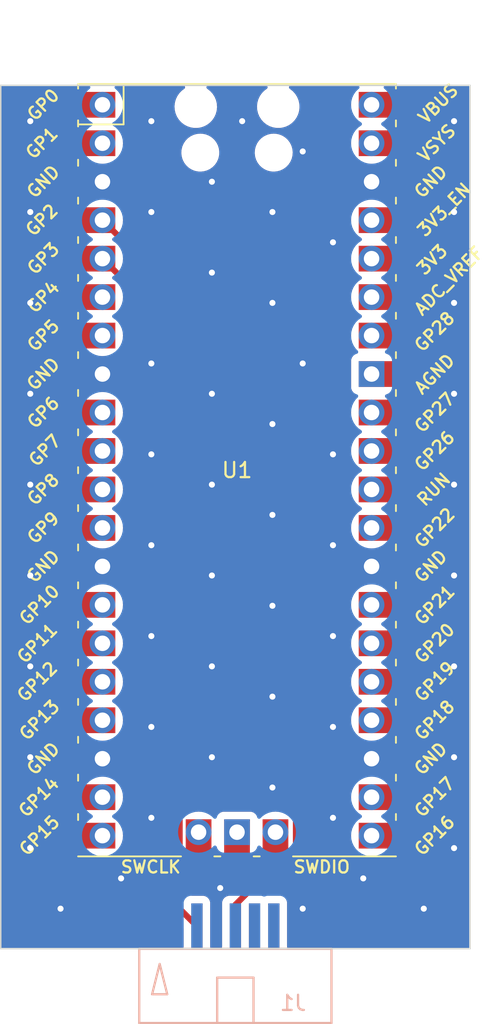
<source format=kicad_pcb>
(kicad_pcb (version 20221018) (generator pcbnew)
  (layers (0 "F.Cu" signal) (31 "B.Cu" signal) (34 "B.Paste" user) (35 "F.Paste" user) (36 "B.SilkS" user "B.Silkscreen") (37 "F.SilkS" user "F.Silkscreen") (38 "B.Mask" user) (39 "F.Mask" user) (44 "Edge.Cuts" user))
  (net 0 "")
  (net 1 "Net-(J1-Pin_6)")
  (net 2 "GND")
  (net 3 "Net-(J1-Pin_2)")
  (footprint "MCU_RaspberryPi_and_Boards:RPi_Pico_SMD_TH" (layer "F.Cu") (at 80.61 61.41)
    (fp_text reference "U1" (at 0 0) (layer "F.SilkS"))
    (fp_text value "Pico")
    (fp_text user "GP4" (at -12.8 -11.43 45) (layer "F.SilkS") (effects (font (size 0.8 0.8))))
    (fp_text user "SWCLK" (at -5.7 26.2) (layer "F.SilkS") (effects (font (size 0.8 0.8))))
    (fp_text user "GP15" (at -13.054 24.13 45) (layer "F.SilkS") (effects (font (size 0.8 0.8))))
    (fp_text user "GP19" (at 13.054 13.97 45) (layer "F.SilkS") (effects (font (size 0.8 0.8))))
    (fp_text user "GP12" (at -13.2 13.97 45) (layer "F.SilkS") (effects (font (size 0.8 0.8))))
    (fp_text user "ADC_VREF" (at 14 -12.5 45) (layer "F.SilkS") (effects (font (size 0.8 0.8))))
    (fp_text user "GP21" (at 13.054 8.9 45) (layer "F.SilkS") (effects (font (size 0.8 0.8))))
    (fp_text user "GP13" (at -13.054 16.51 45) (layer "F.SilkS") (effects (font (size 0.8 0.8))))
    (fp_text user "GP3" (at -12.8 -13.97 45) (layer "F.SilkS") (effects (font (size 0.8 0.8))))
    (fp_text user "GP1" (at -12.9 -21.6 45) (layer "F.SilkS") (effects (font (size 0.8 0.8))))
    (fp_text user "GP14" (at -13.1 21.59 45) (layer "F.SilkS") (effects (font (size 0.8 0.8))))
    (fp_text user "GND" (at 12.8 19.05 45) (layer "F.SilkS") (effects (font (size 0.8 0.8))))
    (fp_text user "GP17" (at 13.054 21.59 45) (layer "F.SilkS") (effects (font (size 0.8 0.8))))
    (fp_text user "GP2" (at -12.9 -16.51 45) (layer "F.SilkS") (effects (font (size 0.8 0.8))))
    (fp_text user "GP22" (at 13.054 3.81 45) (layer "F.SilkS") (effects (font (size 0.8 0.8))))
    (fp_text user "GND" (at -12.8 6.35 45) (layer "F.SilkS") (effects (font (size 0.8 0.8))))
    (fp_text user "3V3" (at 12.9 -13.9 45) (layer "F.SilkS") (effects (font (size 0.8 0.8))))
    (fp_text user "GND" (at 12.8 6.35 45) (layer "F.SilkS") (effects (font (size 0.8 0.8))))
    (fp_text user "VBUS" (at 13.3 -24.2 45) (layer "F.SilkS") (effects (font (size 0.8 0.8))))
    (fp_text user "GP5" (at -12.8 -8.89 45) (layer "F.SilkS") (effects (font (size 0.8 0.8))))
    (fp_text user "GP16" (at 13.054 24.13 45) (layer "F.SilkS") (effects (font (size 0.8 0.8))))
    (fp_text user "GP20" (at 13.054 11.43 45) (layer "F.SilkS") (effects (font (size 0.8 0.8))))
    (fp_text user "GP9" (at -12.8 3.81 45) (layer "F.SilkS") (effects (font (size 0.8 0.8))))
    (fp_text user "GP18" (at 13.054 16.51 45) (layer "F.SilkS") (effects (font (size 0.8 0.8))))
    (fp_text user "GP7" (at -12.7 -1.3 45) (layer "F.SilkS") (effects (font (size 0.8 0.8))))
    (fp_text user "GP0" (at -12.8 -24.13 45) (layer "F.SilkS") (effects (font (size 0.8 0.8))))
    (fp_text user "GP6" (at -12.8 -3.81 45) (layer "F.SilkS") (effects (font (size 0.8 0.8))))
    (fp_text user "GP27" (at 13.054 -3.8 45) (layer "F.SilkS") (effects (font (size 0.8 0.8))))
    (fp_text user "VSYS" (at 13.2 -21.59 45) (layer "F.SilkS") (effects (font (size 0.8 0.8))))
    (fp_text user "GND" (at 12.8 -19.05 45) (layer "F.SilkS") (effects (font (size 0.8 0.8))))
    (fp_text user "RUN" (at 13 1.27 45) (layer "F.SilkS") (effects (font (size 0.8 0.8))))
    (fp_text user "GP11" (at -13.2 11.43 45) (layer "F.SilkS") (effects (font (size 0.8 0.8))))
    (fp_text user "SWDIO" (at 5.6 26.2) (layer "F.SilkS") (effects (font (size 0.8 0.8))))
    (fp_text user "AGND" (at 13.054 -6.35 45) (layer "F.SilkS") (effects (font (size 0.8 0.8))))
    (fp_text user "GND" (at -12.8 -19.05 45) (layer "F.SilkS") (effects (font (size 0.8 0.8))))
    (fp_text user "GP8" (at -12.8 1.27 45) (layer "F.SilkS") (effects (font (size 0.8 0.8))))
    (fp_text user "GND" (at -12.8 -6.35 45) (layer "F.SilkS") (effects (font (size 0.8 0.8))))
    (fp_text user "GP28" (at 13.054 -9.144 45) (layer "F.SilkS") (effects (font (size 0.8 0.8))))
    (fp_text user "GND" (at -12.8 19.05 45) (layer "F.SilkS") (effects (font (size 0.8 0.8))))
    (fp_text user "3V3_EN" (at 13.7 -17.2 45) (layer "F.SilkS") (effects (font (size 0.8 0.8))))
    (fp_text user "GP26" (at 13.054 -1.27 45) (layer "F.SilkS") (effects (font (size 0.8 0.8))))
    (fp_text user "GP10" (at -13.054 8.89 45) (layer "F.SilkS") (effects (font (size 0.8 0.8))))
    (fp_line (start -10.5 -25.5) (end -10.5 -25.2) (stroke (width 0.12)) (layer "F.SilkS"))
    (fp_line (start -10.5 -25.5) (end 10.5 -25.5) (stroke (width 0.12)) (layer "F.SilkS"))
    (fp_line (start -10.5 -23.1) (end -10.5 -22.7) (stroke (width 0.12)) (layer "F.SilkS"))
    (fp_line (start -10.5 -22.833) (end -7.493 -22.833) (stroke (width 0.12)) (layer "F.SilkS"))
    (fp_line (start -10.5 -20.5) (end -10.5 -20.1) (stroke (width 0.12)) (layer "F.SilkS"))
    (fp_line (start -10.5 -18) (end -10.5 -17.6) (stroke (width 0.12)) (layer "F.SilkS"))
    (fp_line (start -10.5 -15.4) (end -10.5 -15) (stroke (width 0.12)) (layer "F.SilkS"))
    (fp_line (start -10.5 -12.9) (end -10.5 -12.5) (stroke (width 0.12)) (layer "F.SilkS"))
    (fp_line (start -10.5 -10.4) (end -10.5 -10) (stroke (width 0.12)) (layer "F.SilkS"))
    (fp_line (start -10.5 -7.8) (end -10.5 -7.4) (stroke (width 0.12)) (layer "F.SilkS"))
    (fp_line (start -10.5 -5.3) (end -10.5 -4.9) (stroke (width 0.12)) (layer "F.SilkS"))
    (fp_line (start -10.5 -2.7) (end -10.5 -2.3) (stroke (width 0.12)) (layer "F.SilkS"))
    (fp_line (start -10.5 -0.2) (end -10.5 0.2) (stroke (width 0.12)) (layer "F.SilkS"))
    (fp_line (start -10.5 2.3) (end -10.5 2.7) (stroke (width 0.12)) (layer "F.SilkS"))
    (fp_line (start -10.5 4.9) (end -10.5 5.3) (stroke (width 0.12)) (layer "F.SilkS"))
    (fp_line (start -10.5 7.4) (end -10.5 7.8) (stroke (width 0.12)) (layer "F.SilkS"))
    (fp_line (start -10.5 10) (end -10.5 10.4) (stroke (width 0.12)) (layer "F.SilkS"))
    (fp_line (start -10.5 12.5) (end -10.5 12.9) (stroke (width 0.12)) (layer "F.SilkS"))
    (fp_line (start -10.5 15.1) (end -10.5 15.5) (stroke (width 0.12)) (layer "F.SilkS"))
    (fp_line (start -10.5 17.6) (end -10.5 18) (stroke (width 0.12)) (layer "F.SilkS"))
    (fp_line (start -10.5 20.1) (end -10.5 20.5) (stroke (width 0.12)) (layer "F.SilkS"))
    (fp_line (start -10.5 22.7) (end -10.5 23.1) (stroke (width 0.12)) (layer "F.SilkS"))
    (fp_line (start -7.493 -22.833) (end -7.493 -25.5) (stroke (width 0.12)) (layer "F.SilkS"))
    (fp_line (start -3.7 25.5) (end -10.5 25.5) (stroke (width 0.12)) (layer "F.SilkS"))
    (fp_line (start -1.5 25.5) (end -1.1 25.5) (stroke (width 0.12)) (layer "F.SilkS"))
    (fp_line (start 1.1 25.5) (end 1.5 25.5) (stroke (width 0.12)) (layer "F.SilkS"))
    (fp_line (start 10.5 -25.5) (end 10.5 -25.2) (stroke (width 0.12)) (layer "F.SilkS"))
    (fp_line (start 10.5 -23.1) (end 10.5 -22.7) (stroke (width 0.12)) (layer "F.SilkS"))
    (fp_line (start 10.5 -20.5) (end 10.5 -20.1) (stroke (width 0.12)) (layer "F.SilkS"))
    (fp_line (start 10.5 -18) (end 10.5 -17.6) (stroke (width 0.12)) (layer "F.SilkS"))
    (fp_line (start 10.5 -15.4) (end 10.5 -15) (stroke (width 0.12)) (layer "F.SilkS"))
    (fp_line (start 10.5 -12.9) (end 10.5 -12.5) (stroke (width 0.12)) (layer "F.SilkS"))
    (fp_line (start 10.5 -10.4) (end 10.5 -10) (stroke (width 0.12)) (layer "F.SilkS"))
    (fp_line (start 10.5 -7.8) (end 10.5 -7.4) (stroke (width 0.12)) (layer "F.SilkS"))
    (fp_line (start 10.5 -5.3) (end 10.5 -4.9) (stroke (width 0.12)) (layer "F.SilkS"))
    (fp_line (start 10.5 -2.7) (end 10.5 -2.3) (stroke (width 0.12)) (layer "F.SilkS"))
    (fp_line (start 10.5 -0.2) (end 10.5 0.2) (stroke (width 0.12)) (layer "F.SilkS"))
    (fp_line (start 10.5 2.3) (end 10.5 2.7) (stroke (width 0.12)) (layer "F.SilkS"))
    (fp_line (start 10.5 4.9) (end 10.5 5.3) (stroke (width 0.12)) (layer "F.SilkS"))
    (fp_line (start 10.5 7.4) (end 10.5 7.8) (stroke (width 0.12)) (layer "F.SilkS"))
    (fp_line (start 10.5 10) (end 10.5 10.4) (stroke (width 0.12)) (layer "F.SilkS"))
    (fp_line (start 10.5 12.5) (end 10.5 12.9) (stroke (width 0.12)) (layer "F.SilkS"))
    (fp_line (start 10.5 15.1) (end 10.5 15.5) (stroke (width 0.12)) (layer "F.SilkS"))
    (fp_line (start 10.5 17.6) (end 10.5 18) (stroke (width 0.12)) (layer "F.SilkS"))
    (fp_line (start 10.5 20.1) (end 10.5 20.5) (stroke (width 0.12)) (layer "F.SilkS"))
    (fp_line (start 10.5 22.7) (end 10.5 23.1) (stroke (width 0.12)) (layer "F.SilkS"))
    (fp_line (start 10.5 25.5) (end 3.7 25.5) (stroke (width 0.12)) (layer "F.SilkS"))
    (pad "" np_thru_hole oval (at -2.725 -24) (size 1.8 1.8) (drill 1.8) (layers "*.Cu" "*.Mask"))
    (pad "" np_thru_hole oval (at -2.425 -20.97) (size 1.5 1.5) (drill 1.5) (layers "*.Cu" "*.Mask"))
    (pad "" np_thru_hole oval (at 2.425 -20.97) (size 1.5 1.5) (drill 1.5) (layers "*.Cu" "*.Mask"))
    (pad "" np_thru_hole oval (at 2.725 -24) (size 1.8 1.8) (drill 1.8) (layers "*.Cu" "*.Mask"))
    (pad "1" thru_hole oval (at -8.89 -24.13) (size 1.7 1.7) (drill 1.02) (layers "*.Cu" "*.Mask"))
    (pad "1" smd rect (at -8.89 -24.13) (size 3.5 1.7) (drill (offset -0.9 0)) (layers "F.Cu" "F.Mask"))
    (pad "2" thru_hole oval (at -8.89 -21.59) (size 1.7 1.7) (drill 1.02) (layers "*.Cu" "*.Mask"))
    (pad "2" smd rect (at -8.89 -21.59) (size 3.5 1.7) (drill (offset -0.9 0)) (layers "F.Cu" "F.Mask"))
    (pad "3" thru_hole rect (at -8.89 -19.05) (size 1.7 1.7) (drill 1.02) (layers "*.Cu" "*.Mask") (net 2 "GND"))
    (pad "3" smd rect (at -8.89 -19.05) (size 3.5 1.7) (drill (offset -0.9 0)) (layers "F.Cu" "F.Mask") (net 2 "GND"))
    (pad "4" thru_hole oval (at -8.89 -16.51) (size 1.7 1.7) (drill 1.02) (layers "*.Cu" "*.Mask") (net 1 "Net-(J1-Pin_6)"))
    (pad "4" smd rect (at -8.89 -16.51) (size 3.5 1.7) (drill (offset -0.9 0)) (layers "F.Cu" "F.Mask") (net 1 "Net-(J1-Pin_6)"))
    (pad "5" thru_hole oval (at -8.89 -13.97) (size 1.7 1.7) (drill 1.02) (layers "*.Cu" "*.Mask") (net 3 "Net-(J1-Pin_2)"))
    (pad "5" smd rect (at -8.89 -13.97) (size 3.5 1.7) (drill (offset -0.9 0)) (layers "F.Cu" "F.Mask") (net 3 "Net-(J1-Pin_2)"))
    (pad "6" thru_hole oval (at -8.89 -11.43) (size 1.7 1.7) (drill 1.02) (layers "*.Cu" "*.Mask"))
    (pad "6" smd rect (at -8.89 -11.43) (size 3.5 1.7) (drill (offset -0.9 0)) (layers "F.Cu" "F.Mask"))
    (pad "7" thru_hole oval (at -8.89 -8.89) (size 1.7 1.7) (drill 1.02) (layers "*.Cu" "*.Mask"))
    (pad "7" smd rect (at -8.89 -8.89) (size 3.5 1.7) (drill (offset -0.9 0)) (layers "F.Cu" "F.Mask"))
    (pad "8" thru_hole rect (at -8.89 -6.35) (size 1.7 1.7) (drill 1.02) (layers "*.Cu" "*.Mask") (net 2 "GND"))
    (pad "8" smd rect (at -8.89 -6.35) (size 3.5 1.7) (drill (offset -0.9 0)) (layers "F.Cu" "F.Mask") (net 2 "GND"))
    (pad "9" thru_hole oval (at -8.89 -3.81) (size 1.7 1.7) (drill 1.02) (layers "*.Cu" "*.Mask"))
    (pad "9" smd rect (at -8.89 -3.81) (size 3.5 1.7) (drill (offset -0.9 0)) (layers "F.Cu" "F.Mask"))
    (pad "10" thru_hole oval (at -8.89 -1.27) (size 1.7 1.7) (drill 1.02) (layers "*.Cu" "*.Mask"))
    (pad "10" smd rect (at -8.89 -1.27) (size 3.5 1.7) (drill (offset -0.9 0)) (layers "F.Cu" "F.Mask"))
    (pad "11" thru_hole oval (at -8.89 1.27) (size 1.7 1.7) (drill 1.02) (layers "*.Cu" "*.Mask"))
    (pad "11" smd rect (at -8.89 1.27) (size 3.5 1.7) (drill (offset -0.9 0)) (layers "F.Cu" "F.Mask"))
    (pad "12" thru_hole oval (at -8.89 3.81) (size 1.7 1.7) (drill 1.02) (layers "*.Cu" "*.Mask"))
    (pad "12" smd rect (at -8.89 3.81) (size 3.5 1.7) (drill (offset -0.9 0)) (layers "F.Cu" "F.Mask"))
    (pad "13" thru_hole rect (at -8.89 6.35) (size 1.7 1.7) (drill 1.02) (layers "*.Cu" "*.Mask") (net 2 "GND"))
    (pad "13" smd rect (at -8.89 6.35) (size 3.5 1.7) (drill (offset -0.9 0)) (layers "F.Cu" "F.Mask") (net 2 "GND"))
    (pad "14" thru_hole oval (at -8.89 8.89) (size 1.7 1.7) (drill 1.02) (layers "*.Cu" "*.Mask"))
    (pad "14" smd rect (at -8.89 8.89) (size 3.5 1.7) (drill (offset -0.9 0)) (layers "F.Cu" "F.Mask"))
    (pad "15" thru_hole oval (at -8.89 11.43) (size 1.7 1.7) (drill 1.02) (layers "*.Cu" "*.Mask"))
    (pad "15" smd rect (at -8.89 11.43) (size 3.5 1.7) (drill (offset -0.9 0)) (layers "F.Cu" "F.Mask"))
    (pad "16" thru_hole oval (at -8.89 13.97) (size 1.7 1.7) (drill 1.02) (layers "*.Cu" "*.Mask"))
    (pad "16" smd rect (at -8.89 13.97) (size 3.5 1.7) (drill (offset -0.9 0)) (layers "F.Cu" "F.Mask"))
    (pad "17" thru_hole oval (at -8.89 16.51) (size 1.7 1.7) (drill 1.02) (layers "*.Cu" "*.Mask"))
    (pad "17" smd rect (at -8.89 16.51) (size 3.5 1.7) (drill (offset -0.9 0)) (layers "F.Cu" "F.Mask"))
    (pad "18" thru_hole rect (at -8.89 19.05) (size 1.7 1.7) (drill 1.02) (layers "*.Cu" "*.Mask") (net 2 "GND"))
    (pad "18" smd rect (at -8.89 19.05) (size 3.5 1.7) (drill (offset -0.9 0)) (layers "F.Cu" "F.Mask") (net 2 "GND"))
    (pad "19" thru_hole oval (at -8.89 21.59) (size 1.7 1.7) (drill 1.02) (layers "*.Cu" "*.Mask"))
    (pad "19" smd rect (at -8.89 21.59) (size 3.5 1.7) (drill (offset -0.9 0)) (layers "F.Cu" "F.Mask"))
    (pad "20" thru_hole oval (at -8.89 24.13) (size 1.7 1.7) (drill 1.02) (layers "*.Cu" "*.Mask"))
    (pad "20" smd rect (at -8.89 24.13) (size 3.5 1.7) (drill (offset -0.9 0)) (layers "F.Cu" "F.Mask"))
    (pad "21" thru_hole oval (at 8.89 24.13) (size 1.7 1.7) (drill 1.02) (layers "*.Cu" "*.Mask"))
    (pad "21" smd rect (at 8.89 24.13) (size 3.5 1.7) (drill (offset 0.9 0)) (layers "F.Cu" "F.Mask"))
    (pad "22" thru_hole oval (at 8.89 21.59) (size 1.7 1.7) (drill 1.02) (layers "*.Cu" "*.Mask"))
    (pad "22" smd rect (at 8.89 21.59) (size 3.5 1.7) (drill (offset 0.9 0)) (layers "F.Cu" "F.Mask"))
    (pad "23" thru_hole rect (at 8.89 19.05) (size 1.7 1.7) (drill 1.02) (layers "*.Cu" "*.Mask") (net 2 "GND"))
    (pad "23" smd rect (at 8.89 19.05) (size 3.5 1.7) (drill (offset 0.9 0)) (layers "F.Cu" "F.Mask") (net 2 "GND"))
    (pad "24" thru_hole oval (at 8.89 16.51) (size 1.7 1.7) (drill 1.02) (layers "*.Cu" "*.Mask"))
    (pad "24" smd rect (at 8.89 16.51) (size 3.5 1.7) (drill (offset 0.9 0)) (layers "F.Cu" "F.Mask"))
    (pad "25" thru_hole oval (at 8.89 13.97) (size 1.7 1.7) (drill 1.02) (layers "*.Cu" "*.Mask"))
    (pad "25" smd rect (at 8.89 13.97) (size 3.5 1.7) (drill (offset 0.9 0)) (layers "F.Cu" "F.Mask"))
    (pad "26" thru_hole oval (at 8.89 11.43) (size 1.7 1.7) (drill 1.02) (layers "*.Cu" "*.Mask"))
    (pad "26" smd rect (at 8.89 11.43) (size 3.5 1.7) (drill (offset 0.9 0)) (layers "F.Cu" "F.Mask"))
    (pad "27" thru_hole oval (at 8.89 8.89) (size 1.7 1.7) (drill 1.02) (layers "*.Cu" "*.Mask"))
    (pad "27" smd rect (at 8.89 8.89) (size 3.5 1.7) (drill (offset 0.9 0)) (layers "F.Cu" "F.Mask"))
    (pad "28" thru_hole rect (at 8.89 6.35) (size 1.7 1.7) (drill 1.02) (layers "*.Cu" "*.Mask") (net 2 "GND"))
    (pad "28" smd rect (at 8.89 6.35) (size 3.5 1.7) (drill (offset 0.9 0)) (layers "F.Cu" "F.Mask") (net 2 "GND"))
    (pad "29" thru_hole oval (at 8.89 3.81) (size 1.7 1.7) (drill 1.02) (layers "*.Cu" "*.Mask"))
    (pad "29" smd rect (at 8.89 3.81) (size 3.5 1.7) (drill (offset 0.9 0)) (layers "F.Cu" "F.Mask"))
    (pad "30" thru_hole oval (at 8.89 1.27) (size 1.7 1.7) (drill 1.02) (layers "*.Cu" "*.Mask"))
    (pad "30" smd rect (at 8.89 1.27) (size 3.5 1.7) (drill (offset 0.9 0)) (layers "F.Cu" "F.Mask"))
    (pad "31" thru_hole oval (at 8.89 -1.27) (size 1.7 1.7) (drill 1.02) (layers "*.Cu" "*.Mask"))
    (pad "31" smd rect (at 8.89 -1.27) (size 3.5 1.7) (drill (offset 0.9 0)) (layers "F.Cu" "F.Mask"))
    (pad "32" thru_hole oval (at 8.89 -3.81) (size 1.7 1.7) (drill 1.02) (layers "*.Cu" "*.Mask"))
    (pad "32" smd rect (at 8.89 -3.81) (size 3.5 1.7) (drill (offset 0.9 0)) (layers "F.Cu" "F.Mask"))
    (pad "33" thru_hole rect (at 8.89 -6.35) (size 1.7 1.7) (drill 1.02) (layers "*.Cu" "*.Mask"))
    (pad "33" smd rect (at 8.89 -6.35) (size 3.5 1.7) (drill (offset 0.9 0)) (layers "F.Cu" "F.Mask"))
    (pad "34" thru_hole oval (at 8.89 -8.89) (size 1.7 1.7) (drill 1.02) (layers "*.Cu" "*.Mask"))
    (pad "34" smd rect (at 8.89 -8.89) (size 3.5 1.7) (drill (offset 0.9 0)) (layers "F.Cu" "F.Mask"))
    (pad "35" thru_hole oval (at 8.89 -11.43) (size 1.7 1.7) (drill 1.02) (layers "*.Cu" "*.Mask"))
    (pad "35" smd rect (at 8.89 -11.43) (size 3.5 1.7) (drill (offset 0.9 0)) (layers "F.Cu" "F.Mask"))
    (pad "36" thru_hole oval (at 8.89 -13.97) (size 1.7 1.7) (drill 1.02) (layers "*.Cu" "*.Mask"))
    (pad "36" smd rect (at 8.89 -13.97) (size 3.5 1.7) (drill (offset 0.9 0)) (layers "F.Cu" "F.Mask"))
    (pad "37" thru_hole oval (at 8.89 -16.51) (size 1.7 1.7) (drill 1.02) (layers "*.Cu" "*.Mask"))
    (pad "37" smd rect (at 8.89 -16.51) (size 3.5 1.7) (drill (offset 0.9 0)) (layers "F.Cu" "F.Mask"))
    (pad "38" thru_hole rect (at 8.89 -19.05) (size 1.7 1.7) (drill 1.02) (layers "*.Cu" "*.Mask") (net 2 "GND"))
    (pad "38" smd rect (at 8.89 -19.05) (size 3.5 1.7) (drill (offset 0.9 0)) (layers "F.Cu" "F.Mask") (net 2 "GND"))
    (pad "39" thru_hole oval (at 8.89 -21.59) (size 1.7 1.7) (drill 1.02) (layers "*.Cu" "*.Mask"))
    (pad "39" smd rect (at 8.89 -21.59) (size 3.5 1.7) (drill (offset 0.9 0)) (layers "F.Cu" "F.Mask"))
    (pad "40" thru_hole oval (at 8.89 -24.13) (size 1.7 1.7) (drill 1.02) (layers "*.Cu" "*.Mask"))
    (pad "40" smd rect (at 8.89 -24.13) (size 3.5 1.7) (drill (offset 0.9 0)) (layers "F.Cu" "F.Mask"))
    (pad "41" thru_hole oval (at -2.54 23.9) (size 1.7 1.7) (drill 1.02) (layers "*.Cu" "*.Mask"))
    (pad "41" smd rect (at -2.54 23.9 90) (size 3.5 1.7) (drill (offset -0.9 0)) (layers "F.Cu" "F.Mask"))
    (pad "42" thru_hole rect (at 0 23.9) (size 1.7 1.7) (drill 1.02) (layers "*.Cu" "*.Mask"))
    (pad "42" smd rect (at 0 23.9 90) (size 3.5 1.7) (drill (offset -0.9 0)) (layers "F.Cu" "F.Mask"))
    (pad "43" thru_hole oval (at 2.54 23.9) (size 1.7 1.7) (drill 1.02) (layers "*.Cu" "*.Mask"))
    (pad "43" smd rect (at 2.54 23.9 90) (size 3.5 1.7) (drill (offset -0.9 0)) (layers "F.Cu" "F.Mask"))
  )
  (footprint "myfootprints:2x05_1.27_CARD_CONNECTOR" (layer "B.Cu") (at 80.5 91.5125 180)
    (fp_text reference "J1" (at -3.81 -5.08) (layer "B.SilkS") (effects (justify mirror)))
    (fp_text value "Conn_02x05_Odd_Even")
    (fp_line (start -6.35 -6.4) (end 6.35 -6.4) (stroke (width 0.15)) (layer "B.SilkS"))
    (fp_line (start -6.35 -1.5) (end -6.35 -6.4) (stroke (width 0.15)) (layer "B.SilkS"))
    (fp_line (start -6.35 -1.5) (end 6.35 -1.5) (stroke (width 0.15)) (layer "B.SilkS"))
    (fp_line (start -1.2 -3.4) (end -1.2 -6.4) (stroke (width 0.15)) (layer "B.SilkS"))
    (fp_line (start -1.2 -3.4) (end 1.2 -3.4) (stroke (width 0.15)) (layer "B.SilkS"))
    (fp_line (start 1.2 -3.4) (end 1.2 -6.4) (stroke (width 0.15)) (layer "B.SilkS"))
    (fp_line (start 4.5 -4.5) (end 5.5 -4.5) (stroke (width 0.15)) (layer "B.SilkS"))
    (fp_line (start 5 -2.5) (end 4.5 -4.5) (stroke (width 0.15)) (layer "B.SilkS"))
    (fp_line (start 5.5 -4.5) (end 5 -2.5) (stroke (width 0.15)) (layer "B.SilkS"))
    (fp_line (start 6.35 -1.5) (end 6.35 -6.4) (stroke (width 0.15)) (layer "B.SilkS"))
    (pad "1" smd rect (at 2.54 0 180) (size 0.75 3) (layers "B.Cu" "B.Paste" "B.Mask"))
    (pad "2" smd rect (at 2.54 0 180) (size 0.75 3) (layers "F.Cu" "F.Paste" "F.Mask") (net 3 "Net-(J1-Pin_2)"))
    (pad "3" smd rect (at 1.27 0 180) (size 0.75 3) (layers "B.Cu" "B.Paste" "B.Mask") (net 2 "GND"))
    (pad "4" smd rect (at 1.27 0 180) (size 0.75 3) (layers "F.Cu" "F.Paste" "F.Mask") (net 2 "GND"))
    (pad "5" smd rect (at 0 0 180) (size 0.75 3) (layers "B.Cu" "B.Paste" "B.Mask"))
    (pad "6" smd rect (at 0 0 180) (size 0.75 3) (layers "F.Cu" "F.Paste" "F.Mask") (net 1 "Net-(J1-Pin_6)"))
    (pad "7" smd rect (at -1.27 0 180) (size 0.75 3) (layers "B.Cu" "B.Paste" "B.Mask"))
    (pad "8" smd rect (at -1.27 0 180) (size 0.75 3) (layers "F.Cu" "F.Paste" "F.Mask"))
    (pad "9" smd rect (at -2.54 0 180) (size 0.75 3) (layers "B.Cu" "B.Paste" "B.Mask"))
    (pad "10" smd rect (at -2.54 0 180) (size 0.75 3) (layers "F.Cu" "F.Paste" "F.Mask"))
  )
  (gr_line (start 96 36) (end 96 87) (stroke (width 0.1)) (layer "Edge.Cuts"))
  (gr_line (start 65 36) (end 96 36) (stroke (width 0.1)) (layer "Edge.Cuts"))
  (gr_line (start 96 87) (end 96 93) (stroke (width 0.1)) (layer "Edge.Cuts"))
  (gr_line (start 96 93) (end 65 93) (stroke (width 0.1)) (layer "Edge.Cuts"))
  (gr_line (start 65 93) (end 65 36) (stroke (width 0.1)) (layer "Edge.Cuts"))
  (segment (start 84.5 57.68) (end 71.72 44.9) (width 0.4) (layer "F.Cu") (net 1))
  (segment (start 84.5 88.26) (end 84.5 57.68) (width 0.4) (layer "F.Cu") (net 1))
  (segment (start 80.5 91.5125) (end 80.5 90.1075) (width 0.4) (layer "F.Cu") (net 1))
  (segment (start 80.5 90.1075) (end 81.6075 89) (width 0.4) (layer "F.Cu") (net 1))
  (segment (start 81.6075 89) (end 83.76 89) (width 0.4) (layer "F.Cu") (net 1))
  (segment (start 83.76 89) (end 84.5 88.26) (width 0.4) (layer "F.Cu") (net 1))
  (segment (start 79.23 91.5125) (end 79.23 89.27) (width 0.4) (layer "F.Cu") (net 2))
  (segment (start 79.23 89.27) (end 79.5 89) (width 0.4) (layer "F.Cu") (net 2))
  (via (at 94.95 44.36175) (size 0.8) (drill 0.4) (layers "F.Cu" "B.Cu") (net 2))
  (via (at 78.95 48.36175) (size 0.8) (drill 0.4) (layers "F.Cu" "B.Cu") (net 2))
  (via (at 78.95 56.36175) (size 0.8) (drill 0.4) (layers "F.Cu" "B.Cu") (net 2))
  (via (at 82.95 70.36175) (size 0.8) (drill 0.4) (layers "F.Cu" "B.Cu") (net 2))
  (via (at 68.95 90.36175) (size 0.8) (drill 0.4) (layers "F.Cu" "B.Cu") (net 2))
  (via (at 94.95 74.36175) (size 0.8) (drill 0.4) (layers "F.Cu" "B.Cu") (net 2))
  (via (at 66.95 44.36175) (size 0.8) (drill 0.4) (layers "F.Cu" "B.Cu") (net 2))
  (via (at 82.95 44.36175) (size 0.8) (drill 0.4) (layers "F.Cu" "B.Cu") (net 2))
  (via (at 74.95 78.36175) (size 0.8) (drill 0.4) (layers "F.Cu" "B.Cu") (net 2))
  (via (at 66.95 38.36175) (size 0.8) (drill 0.4) (layers "F.Cu" "B.Cu") (net 2))
  (via (at 84.95 40.36175) (size 0.8) (drill 0.4) (layers "F.Cu" "B.Cu") (net 2))
  (via (at 66.95 86.36175) (size 0.8) (drill 0.4) (layers "F.Cu" "B.Cu") (net 2))
  (via (at 74.95 44.36175) (size 0.8) (drill 0.4) (layers "F.Cu" "B.Cu") (net 2))
  (via (at 86.95 78.36175) (size 0.8) (drill 0.4) (layers "F.Cu" "B.Cu") (net 2))
  (via (at 78.95 80.36175) (size 0.8) (drill 0.4) (layers "F.Cu" "B.Cu") (net 2))
  (via (at 66.95 62.36175) (size 0.8) (drill 0.4) (layers "F.Cu" "B.Cu") (net 2))
  (via (at 94.95 56.36175) (size 0.8) (drill 0.4) (layers "F.Cu" "B.Cu") (net 2))
  (via (at 84.95 90.36175) (size 0.8) (drill 0.4) (layers "F.Cu" "B.Cu") (net 2))
  (via (at 66.95 56.36175) (size 0.8) (drill 0.4) (layers "F.Cu" "B.Cu") (net 2))
  (via (at 74.95 72.36175) (size 0.8) (drill 0.4) (layers "F.Cu" "B.Cu") (net 2))
  (via (at 74.95 60.36175) (size 0.8) (drill 0.4) (layers "F.Cu" "B.Cu") (net 2))
  (via (at 86.95 46.36175) (size 0.8) (drill 0.4) (layers "F.Cu" "B.Cu") (net 2))
  (via (at 82.95 82.36175) (size 0.8) (drill 0.4) (layers "F.Cu" "B.Cu") (net 2))
  (via (at 78.95 68.36175) (size 0.8) (drill 0.4) (layers "F.Cu" "B.Cu") (net 2))
  (via (at 82.95 58.36175) (size 0.8) (drill 0.4) (layers "F.Cu" "B.Cu") (net 2))
  (via (at 94.95 38.36175) (size 0.8) (drill 0.4) (layers "F.Cu" "B.Cu") (net 2))
  (via (at 74.95 38.36175) (size 0.8) (drill 0.4) (layers "F.Cu" "B.Cu") (net 2))
  (via (at 78.95 42.36175) (size 0.8) (drill 0.4) (layers "F.Cu" "B.Cu") (net 2))
  (via (at 82.95 64.36175) (size 0.8) (drill 0.4) (layers "F.Cu" "B.Cu") (net 2))
  (via (at 86.95 84.36175) (size 0.8) (drill 0.4) (layers "F.Cu" "B.Cu") (net 2))
  (via (at 82.95 50.36175) (size 0.8) (drill 0.4) (layers "F.Cu" "B.Cu") (net 2))
  (via (at 79.5 89) (size 0.8) (drill 0.4) (layers "F.Cu" "B.Cu") (net 2))
  (via (at 74.95 84.36175) (size 0.8) (drill 0.4) (layers "F.Cu" "B.Cu") (net 2))
  (via (at 66.95 50.36175) (size 0.8) (drill 0.4) (layers "F.Cu" "B.Cu") (net 2))
  (via (at 94.95 68.36175) (size 0.8) (drill 0.4) (layers "F.Cu" "B.Cu") (net 2))
  (via (at 66.95 80.36175) (size 0.8) (drill 0.4) (layers "F.Cu" "B.Cu") (net 2))
  (via (at 94.95 80.36175) (size 0.8) (drill 0.4) (layers "F.Cu" "B.Cu") (net 2))
  (via (at 94.95 86.36175) (size 0.8) (drill 0.4) (layers "F.Cu" "B.Cu") (net 2))
  (via (at 94.95 62.36175) (size 0.8) (drill 0.4) (layers "F.Cu" "B.Cu") (net 2))
  (via (at 88.95 88.36175) (size 0.8) (drill 0.4) (layers "F.Cu" "B.Cu") (net 2))
  (via (at 92.95 90.36175) (size 0.8) (drill 0.4) (layers "F.Cu" "B.Cu") (net 2))
  (via (at 80.95 38.36175) (size 0.8) (drill 0.4) (layers "F.Cu" "B.Cu") (net 2))
  (via (at 82.95 76.36175) (size 0.8) (drill 0.4) (layers "F.Cu" "B.Cu") (net 2))
  (via (at 94.95 50.36175) (size 0.8) (drill 0.4) (layers "F.Cu" "B.Cu") (net 2))
  (via (at 74.95 66.36175) (size 0.8) (drill 0.4) (layers "F.Cu" "B.Cu") (net 2))
  (via (at 78.95 74.36175) (size 0.8) (drill 0.4) (layers "F.Cu" "B.Cu") (net 2))
  (via (at 84.95 54.36175) (size 0.8) (drill 0.4) (layers "F.Cu" "B.Cu") (net 2))
  (via (at 86.95 60.36175) (size 0.8) (drill 0.4) (layers "F.Cu" "B.Cu") (net 2))
  (via (at 86.95 66.36175) (size 0.8) (drill 0.4) (layers "F.Cu" "B.Cu") (net 2))
  (via (at 72.95 88.36175) (size 0.8) (drill 0.4) (layers "F.Cu" "B.Cu") (net 2))
  (via (at 74.95 54.36175) (size 0.8) (drill 0.4) (layers "F.Cu" "B.Cu") (net 2))
  (via (at 66.95 68.36175) (size 0.8) (drill 0.4) (layers "F.Cu" "B.Cu") (net 2))
  (via (at 86.95 72.36175) (size 0.8) (drill 0.4) (layers "F.Cu" "B.Cu") (net 2))
  (via (at 78.95 62.36175) (size 0.8) (drill 0.4) (layers "F.Cu" "B.Cu") (net 2))
  (via (at 66.95 74.36175) (size 0.8) (drill 0.4) (layers "F.Cu" "B.Cu") (net 2))
  (segment (start 79.23 89.27) (end 79.5 89) (width 0.4) (layer "B.Cu") (net 2))
  (segment (start 79.23 91.5125) (end 79.23 89.27) (width 0.4) (layer "B.Cu") (net 2))
  (segment (start 76.82 52.54) (end 71.72 47.44) (width 0.4) (layer "F.Cu") (net 3))
  (segment (start 77.96 91.5125) (end 76.82 90.3725) (width 0.4) (layer "F.Cu") (net 3))
  (segment (start 76.82 90.3725) (end 76.82 52.54) (width 0.4) (layer "F.Cu") (net 3))
  (zone (net 2) (net_name "GND") (layers "F&B.Cu") (connect_pads yes (clearance 0.5)) (min_thickness 0.25) (fill yes (thermal_gap 0.5) (thermal_bridge_width 0.5))
    (polygon (pts (xy 65 36) (xy 96 36) (xy 96 93) (xy 65 93)))
  )
)
</source>
